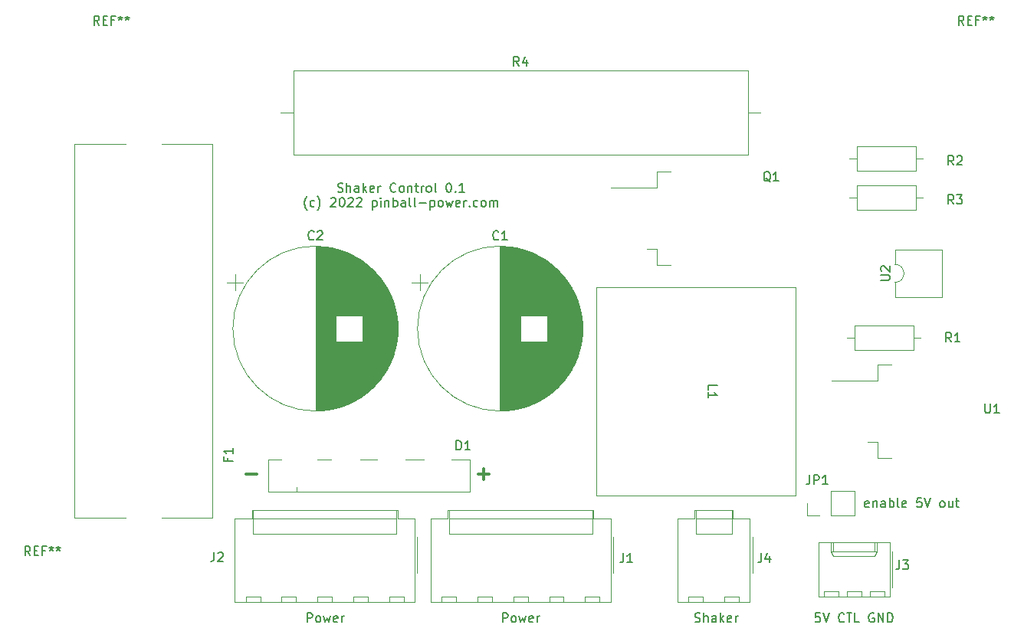
<source format=gbr>
%TF.GenerationSoftware,KiCad,Pcbnew,(6.0.1)*%
%TF.CreationDate,2022-01-30T09:16:28+01:00*%
%TF.ProjectId,board_shakercontrol,626f6172-645f-4736-9861-6b6572636f6e,rev?*%
%TF.SameCoordinates,Original*%
%TF.FileFunction,Legend,Top*%
%TF.FilePolarity,Positive*%
%FSLAX46Y46*%
G04 Gerber Fmt 4.6, Leading zero omitted, Abs format (unit mm)*
G04 Created by KiCad (PCBNEW (6.0.1)) date 2022-01-30 09:16:28*
%MOMM*%
%LPD*%
G01*
G04 APERTURE LIST*
%ADD10C,0.300000*%
%ADD11C,0.150000*%
%ADD12C,0.120000*%
G04 APERTURE END LIST*
D10*
X68262571Y-85451142D02*
X69405428Y-85451142D01*
X93916571Y-85451142D02*
X95059428Y-85451142D01*
X94488000Y-86022571D02*
X94488000Y-84879714D01*
D11*
X131620095Y-100798380D02*
X131143904Y-100798380D01*
X131096285Y-101274571D01*
X131143904Y-101226952D01*
X131239142Y-101179333D01*
X131477238Y-101179333D01*
X131572476Y-101226952D01*
X131620095Y-101274571D01*
X131667714Y-101369809D01*
X131667714Y-101607904D01*
X131620095Y-101703142D01*
X131572476Y-101750761D01*
X131477238Y-101798380D01*
X131239142Y-101798380D01*
X131143904Y-101750761D01*
X131096285Y-101703142D01*
X131953428Y-100798380D02*
X132286761Y-101798380D01*
X132620095Y-100798380D01*
X134286761Y-101703142D02*
X134239142Y-101750761D01*
X134096285Y-101798380D01*
X134001047Y-101798380D01*
X133858190Y-101750761D01*
X133762952Y-101655523D01*
X133715333Y-101560285D01*
X133667714Y-101369809D01*
X133667714Y-101226952D01*
X133715333Y-101036476D01*
X133762952Y-100941238D01*
X133858190Y-100846000D01*
X134001047Y-100798380D01*
X134096285Y-100798380D01*
X134239142Y-100846000D01*
X134286761Y-100893619D01*
X134572476Y-100798380D02*
X135143904Y-100798380D01*
X134858190Y-101798380D02*
X134858190Y-100798380D01*
X135953428Y-101798380D02*
X135477238Y-101798380D01*
X135477238Y-100798380D01*
X137572476Y-100846000D02*
X137477238Y-100798380D01*
X137334380Y-100798380D01*
X137191523Y-100846000D01*
X137096285Y-100941238D01*
X137048666Y-101036476D01*
X137001047Y-101226952D01*
X137001047Y-101369809D01*
X137048666Y-101560285D01*
X137096285Y-101655523D01*
X137191523Y-101750761D01*
X137334380Y-101798380D01*
X137429619Y-101798380D01*
X137572476Y-101750761D01*
X137620095Y-101703142D01*
X137620095Y-101369809D01*
X137429619Y-101369809D01*
X138048666Y-101798380D02*
X138048666Y-100798380D01*
X138620095Y-101798380D01*
X138620095Y-100798380D01*
X139096285Y-101798380D02*
X139096285Y-100798380D01*
X139334380Y-100798380D01*
X139477238Y-100846000D01*
X139572476Y-100941238D01*
X139620095Y-101036476D01*
X139667714Y-101226952D01*
X139667714Y-101369809D01*
X139620095Y-101560285D01*
X139572476Y-101655523D01*
X139477238Y-101750761D01*
X139334380Y-101798380D01*
X139096285Y-101798380D01*
X78344000Y-54209761D02*
X78486857Y-54257380D01*
X78724952Y-54257380D01*
X78820190Y-54209761D01*
X78867809Y-54162142D01*
X78915428Y-54066904D01*
X78915428Y-53971666D01*
X78867809Y-53876428D01*
X78820190Y-53828809D01*
X78724952Y-53781190D01*
X78534476Y-53733571D01*
X78439238Y-53685952D01*
X78391619Y-53638333D01*
X78344000Y-53543095D01*
X78344000Y-53447857D01*
X78391619Y-53352619D01*
X78439238Y-53305000D01*
X78534476Y-53257380D01*
X78772571Y-53257380D01*
X78915428Y-53305000D01*
X79344000Y-54257380D02*
X79344000Y-53257380D01*
X79772571Y-54257380D02*
X79772571Y-53733571D01*
X79724952Y-53638333D01*
X79629714Y-53590714D01*
X79486857Y-53590714D01*
X79391619Y-53638333D01*
X79344000Y-53685952D01*
X80677333Y-54257380D02*
X80677333Y-53733571D01*
X80629714Y-53638333D01*
X80534476Y-53590714D01*
X80344000Y-53590714D01*
X80248761Y-53638333D01*
X80677333Y-54209761D02*
X80582095Y-54257380D01*
X80344000Y-54257380D01*
X80248761Y-54209761D01*
X80201142Y-54114523D01*
X80201142Y-54019285D01*
X80248761Y-53924047D01*
X80344000Y-53876428D01*
X80582095Y-53876428D01*
X80677333Y-53828809D01*
X81153523Y-54257380D02*
X81153523Y-53257380D01*
X81248761Y-53876428D02*
X81534476Y-54257380D01*
X81534476Y-53590714D02*
X81153523Y-53971666D01*
X82344000Y-54209761D02*
X82248761Y-54257380D01*
X82058285Y-54257380D01*
X81963047Y-54209761D01*
X81915428Y-54114523D01*
X81915428Y-53733571D01*
X81963047Y-53638333D01*
X82058285Y-53590714D01*
X82248761Y-53590714D01*
X82344000Y-53638333D01*
X82391619Y-53733571D01*
X82391619Y-53828809D01*
X81915428Y-53924047D01*
X82820190Y-54257380D02*
X82820190Y-53590714D01*
X82820190Y-53781190D02*
X82867809Y-53685952D01*
X82915428Y-53638333D01*
X83010666Y-53590714D01*
X83105904Y-53590714D01*
X84772571Y-54162142D02*
X84724952Y-54209761D01*
X84582095Y-54257380D01*
X84486857Y-54257380D01*
X84344000Y-54209761D01*
X84248761Y-54114523D01*
X84201142Y-54019285D01*
X84153523Y-53828809D01*
X84153523Y-53685952D01*
X84201142Y-53495476D01*
X84248761Y-53400238D01*
X84344000Y-53305000D01*
X84486857Y-53257380D01*
X84582095Y-53257380D01*
X84724952Y-53305000D01*
X84772571Y-53352619D01*
X85344000Y-54257380D02*
X85248761Y-54209761D01*
X85201142Y-54162142D01*
X85153523Y-54066904D01*
X85153523Y-53781190D01*
X85201142Y-53685952D01*
X85248761Y-53638333D01*
X85344000Y-53590714D01*
X85486857Y-53590714D01*
X85582095Y-53638333D01*
X85629714Y-53685952D01*
X85677333Y-53781190D01*
X85677333Y-54066904D01*
X85629714Y-54162142D01*
X85582095Y-54209761D01*
X85486857Y-54257380D01*
X85344000Y-54257380D01*
X86105904Y-53590714D02*
X86105904Y-54257380D01*
X86105904Y-53685952D02*
X86153523Y-53638333D01*
X86248761Y-53590714D01*
X86391619Y-53590714D01*
X86486857Y-53638333D01*
X86534476Y-53733571D01*
X86534476Y-54257380D01*
X86867809Y-53590714D02*
X87248761Y-53590714D01*
X87010666Y-53257380D02*
X87010666Y-54114523D01*
X87058285Y-54209761D01*
X87153523Y-54257380D01*
X87248761Y-54257380D01*
X87582095Y-54257380D02*
X87582095Y-53590714D01*
X87582095Y-53781190D02*
X87629714Y-53685952D01*
X87677333Y-53638333D01*
X87772571Y-53590714D01*
X87867809Y-53590714D01*
X88344000Y-54257380D02*
X88248761Y-54209761D01*
X88201142Y-54162142D01*
X88153523Y-54066904D01*
X88153523Y-53781190D01*
X88201142Y-53685952D01*
X88248761Y-53638333D01*
X88344000Y-53590714D01*
X88486857Y-53590714D01*
X88582095Y-53638333D01*
X88629714Y-53685952D01*
X88677333Y-53781190D01*
X88677333Y-54066904D01*
X88629714Y-54162142D01*
X88582095Y-54209761D01*
X88486857Y-54257380D01*
X88344000Y-54257380D01*
X89248761Y-54257380D02*
X89153523Y-54209761D01*
X89105904Y-54114523D01*
X89105904Y-53257380D01*
X90582095Y-53257380D02*
X90677333Y-53257380D01*
X90772571Y-53305000D01*
X90820190Y-53352619D01*
X90867809Y-53447857D01*
X90915428Y-53638333D01*
X90915428Y-53876428D01*
X90867809Y-54066904D01*
X90820190Y-54162142D01*
X90772571Y-54209761D01*
X90677333Y-54257380D01*
X90582095Y-54257380D01*
X90486857Y-54209761D01*
X90439238Y-54162142D01*
X90391619Y-54066904D01*
X90344000Y-53876428D01*
X90344000Y-53638333D01*
X90391619Y-53447857D01*
X90439238Y-53352619D01*
X90486857Y-53305000D01*
X90582095Y-53257380D01*
X91344000Y-54162142D02*
X91391619Y-54209761D01*
X91344000Y-54257380D01*
X91296380Y-54209761D01*
X91344000Y-54162142D01*
X91344000Y-54257380D01*
X92344000Y-54257380D02*
X91772571Y-54257380D01*
X92058285Y-54257380D02*
X92058285Y-53257380D01*
X91963047Y-53400238D01*
X91867809Y-53495476D01*
X91772571Y-53543095D01*
X74963047Y-56248333D02*
X74915428Y-56200714D01*
X74820190Y-56057857D01*
X74772571Y-55962619D01*
X74724952Y-55819761D01*
X74677333Y-55581666D01*
X74677333Y-55391190D01*
X74724952Y-55153095D01*
X74772571Y-55010238D01*
X74820190Y-54915000D01*
X74915428Y-54772142D01*
X74963047Y-54724523D01*
X75772571Y-55819761D02*
X75677333Y-55867380D01*
X75486857Y-55867380D01*
X75391619Y-55819761D01*
X75344000Y-55772142D01*
X75296380Y-55676904D01*
X75296380Y-55391190D01*
X75344000Y-55295952D01*
X75391619Y-55248333D01*
X75486857Y-55200714D01*
X75677333Y-55200714D01*
X75772571Y-55248333D01*
X76105904Y-56248333D02*
X76153523Y-56200714D01*
X76248761Y-56057857D01*
X76296380Y-55962619D01*
X76344000Y-55819761D01*
X76391619Y-55581666D01*
X76391619Y-55391190D01*
X76344000Y-55153095D01*
X76296380Y-55010238D01*
X76248761Y-54915000D01*
X76153523Y-54772142D01*
X76105904Y-54724523D01*
X77582095Y-54962619D02*
X77629714Y-54915000D01*
X77724952Y-54867380D01*
X77963047Y-54867380D01*
X78058285Y-54915000D01*
X78105904Y-54962619D01*
X78153523Y-55057857D01*
X78153523Y-55153095D01*
X78105904Y-55295952D01*
X77534476Y-55867380D01*
X78153523Y-55867380D01*
X78772571Y-54867380D02*
X78867809Y-54867380D01*
X78963047Y-54915000D01*
X79010666Y-54962619D01*
X79058285Y-55057857D01*
X79105904Y-55248333D01*
X79105904Y-55486428D01*
X79058285Y-55676904D01*
X79010666Y-55772142D01*
X78963047Y-55819761D01*
X78867809Y-55867380D01*
X78772571Y-55867380D01*
X78677333Y-55819761D01*
X78629714Y-55772142D01*
X78582095Y-55676904D01*
X78534476Y-55486428D01*
X78534476Y-55248333D01*
X78582095Y-55057857D01*
X78629714Y-54962619D01*
X78677333Y-54915000D01*
X78772571Y-54867380D01*
X79486857Y-54962619D02*
X79534476Y-54915000D01*
X79629714Y-54867380D01*
X79867809Y-54867380D01*
X79963047Y-54915000D01*
X80010666Y-54962619D01*
X80058285Y-55057857D01*
X80058285Y-55153095D01*
X80010666Y-55295952D01*
X79439238Y-55867380D01*
X80058285Y-55867380D01*
X80439238Y-54962619D02*
X80486857Y-54915000D01*
X80582095Y-54867380D01*
X80820190Y-54867380D01*
X80915428Y-54915000D01*
X80963047Y-54962619D01*
X81010666Y-55057857D01*
X81010666Y-55153095D01*
X80963047Y-55295952D01*
X80391619Y-55867380D01*
X81010666Y-55867380D01*
X82201142Y-55200714D02*
X82201142Y-56200714D01*
X82201142Y-55248333D02*
X82296380Y-55200714D01*
X82486857Y-55200714D01*
X82582095Y-55248333D01*
X82629714Y-55295952D01*
X82677333Y-55391190D01*
X82677333Y-55676904D01*
X82629714Y-55772142D01*
X82582095Y-55819761D01*
X82486857Y-55867380D01*
X82296380Y-55867380D01*
X82201142Y-55819761D01*
X83105904Y-55867380D02*
X83105904Y-55200714D01*
X83105904Y-54867380D02*
X83058285Y-54915000D01*
X83105904Y-54962619D01*
X83153523Y-54915000D01*
X83105904Y-54867380D01*
X83105904Y-54962619D01*
X83582095Y-55200714D02*
X83582095Y-55867380D01*
X83582095Y-55295952D02*
X83629714Y-55248333D01*
X83724952Y-55200714D01*
X83867809Y-55200714D01*
X83963047Y-55248333D01*
X84010666Y-55343571D01*
X84010666Y-55867380D01*
X84486857Y-55867380D02*
X84486857Y-54867380D01*
X84486857Y-55248333D02*
X84582095Y-55200714D01*
X84772571Y-55200714D01*
X84867809Y-55248333D01*
X84915428Y-55295952D01*
X84963047Y-55391190D01*
X84963047Y-55676904D01*
X84915428Y-55772142D01*
X84867809Y-55819761D01*
X84772571Y-55867380D01*
X84582095Y-55867380D01*
X84486857Y-55819761D01*
X85820190Y-55867380D02*
X85820190Y-55343571D01*
X85772571Y-55248333D01*
X85677333Y-55200714D01*
X85486857Y-55200714D01*
X85391619Y-55248333D01*
X85820190Y-55819761D02*
X85724952Y-55867380D01*
X85486857Y-55867380D01*
X85391619Y-55819761D01*
X85344000Y-55724523D01*
X85344000Y-55629285D01*
X85391619Y-55534047D01*
X85486857Y-55486428D01*
X85724952Y-55486428D01*
X85820190Y-55438809D01*
X86439238Y-55867380D02*
X86344000Y-55819761D01*
X86296380Y-55724523D01*
X86296380Y-54867380D01*
X86963047Y-55867380D02*
X86867809Y-55819761D01*
X86820190Y-55724523D01*
X86820190Y-54867380D01*
X87344000Y-55486428D02*
X88105904Y-55486428D01*
X88582095Y-55200714D02*
X88582095Y-56200714D01*
X88582095Y-55248333D02*
X88677333Y-55200714D01*
X88867809Y-55200714D01*
X88963047Y-55248333D01*
X89010666Y-55295952D01*
X89058285Y-55391190D01*
X89058285Y-55676904D01*
X89010666Y-55772142D01*
X88963047Y-55819761D01*
X88867809Y-55867380D01*
X88677333Y-55867380D01*
X88582095Y-55819761D01*
X89629714Y-55867380D02*
X89534476Y-55819761D01*
X89486857Y-55772142D01*
X89439238Y-55676904D01*
X89439238Y-55391190D01*
X89486857Y-55295952D01*
X89534476Y-55248333D01*
X89629714Y-55200714D01*
X89772571Y-55200714D01*
X89867809Y-55248333D01*
X89915428Y-55295952D01*
X89963047Y-55391190D01*
X89963047Y-55676904D01*
X89915428Y-55772142D01*
X89867809Y-55819761D01*
X89772571Y-55867380D01*
X89629714Y-55867380D01*
X90296380Y-55200714D02*
X90486857Y-55867380D01*
X90677333Y-55391190D01*
X90867809Y-55867380D01*
X91058285Y-55200714D01*
X91820190Y-55819761D02*
X91724952Y-55867380D01*
X91534476Y-55867380D01*
X91439238Y-55819761D01*
X91391619Y-55724523D01*
X91391619Y-55343571D01*
X91439238Y-55248333D01*
X91534476Y-55200714D01*
X91724952Y-55200714D01*
X91820190Y-55248333D01*
X91867809Y-55343571D01*
X91867809Y-55438809D01*
X91391619Y-55534047D01*
X92296380Y-55867380D02*
X92296380Y-55200714D01*
X92296380Y-55391190D02*
X92344000Y-55295952D01*
X92391619Y-55248333D01*
X92486857Y-55200714D01*
X92582095Y-55200714D01*
X92915428Y-55772142D02*
X92963047Y-55819761D01*
X92915428Y-55867380D01*
X92867809Y-55819761D01*
X92915428Y-55772142D01*
X92915428Y-55867380D01*
X93820190Y-55819761D02*
X93724952Y-55867380D01*
X93534476Y-55867380D01*
X93439238Y-55819761D01*
X93391619Y-55772142D01*
X93344000Y-55676904D01*
X93344000Y-55391190D01*
X93391619Y-55295952D01*
X93439238Y-55248333D01*
X93534476Y-55200714D01*
X93724952Y-55200714D01*
X93820190Y-55248333D01*
X94391619Y-55867380D02*
X94296380Y-55819761D01*
X94248761Y-55772142D01*
X94201142Y-55676904D01*
X94201142Y-55391190D01*
X94248761Y-55295952D01*
X94296380Y-55248333D01*
X94391619Y-55200714D01*
X94534476Y-55200714D01*
X94629714Y-55248333D01*
X94677333Y-55295952D01*
X94724952Y-55391190D01*
X94724952Y-55676904D01*
X94677333Y-55772142D01*
X94629714Y-55819761D01*
X94534476Y-55867380D01*
X94391619Y-55867380D01*
X95153523Y-55867380D02*
X95153523Y-55200714D01*
X95153523Y-55295952D02*
X95201142Y-55248333D01*
X95296380Y-55200714D01*
X95439238Y-55200714D01*
X95534476Y-55248333D01*
X95582095Y-55343571D01*
X95582095Y-55867380D01*
X95582095Y-55343571D02*
X95629714Y-55248333D01*
X95724952Y-55200714D01*
X95867809Y-55200714D01*
X95963047Y-55248333D01*
X96010666Y-55343571D01*
X96010666Y-55867380D01*
%TO.C,J3*%
X140382666Y-94956380D02*
X140382666Y-95670666D01*
X140335047Y-95813523D01*
X140239809Y-95908761D01*
X140096952Y-95956380D01*
X140001714Y-95956380D01*
X140763619Y-94956380D02*
X141382666Y-94956380D01*
X141049333Y-95337333D01*
X141192190Y-95337333D01*
X141287428Y-95384952D01*
X141335047Y-95432571D01*
X141382666Y-95527809D01*
X141382666Y-95765904D01*
X141335047Y-95861142D01*
X141287428Y-95908761D01*
X141192190Y-95956380D01*
X140906476Y-95956380D01*
X140811238Y-95908761D01*
X140763619Y-95861142D01*
%TO.C,L1*%
X119281619Y-76127338D02*
X119281619Y-75651147D01*
X120281619Y-75651147D01*
X119281619Y-76984481D02*
X119281619Y-76413052D01*
X119281619Y-76698766D02*
X120281619Y-76698766D01*
X120138761Y-76603528D01*
X120043523Y-76508290D01*
X119995904Y-76413052D01*
%TO.C,R1*%
X146137333Y-70810380D02*
X145804000Y-70334190D01*
X145565904Y-70810380D02*
X145565904Y-69810380D01*
X145946857Y-69810380D01*
X146042095Y-69858000D01*
X146089714Y-69905619D01*
X146137333Y-70000857D01*
X146137333Y-70143714D01*
X146089714Y-70238952D01*
X146042095Y-70286571D01*
X145946857Y-70334190D01*
X145565904Y-70334190D01*
X147089714Y-70810380D02*
X146518285Y-70810380D01*
X146804000Y-70810380D02*
X146804000Y-69810380D01*
X146708761Y-69953238D01*
X146613523Y-70048476D01*
X146518285Y-70096095D01*
%TO.C,D1*%
X91463904Y-82748380D02*
X91463904Y-81748380D01*
X91702000Y-81748380D01*
X91844857Y-81796000D01*
X91940095Y-81891238D01*
X91987714Y-81986476D01*
X92035333Y-82176952D01*
X92035333Y-82319809D01*
X91987714Y-82510285D01*
X91940095Y-82605523D01*
X91844857Y-82700761D01*
X91702000Y-82748380D01*
X91463904Y-82748380D01*
X92987714Y-82748380D02*
X92416285Y-82748380D01*
X92702000Y-82748380D02*
X92702000Y-81748380D01*
X92606761Y-81891238D01*
X92511523Y-81986476D01*
X92416285Y-82034095D01*
%TO.C,F1*%
X66222571Y-83645333D02*
X66222571Y-83978666D01*
X66746380Y-83978666D02*
X65746380Y-83978666D01*
X65746380Y-83502476D01*
X66746380Y-82597714D02*
X66746380Y-83169142D01*
X66746380Y-82883428D02*
X65746380Y-82883428D01*
X65889238Y-82978666D01*
X65984476Y-83073904D01*
X66032095Y-83169142D01*
%TO.C,R3*%
X146391333Y-55570380D02*
X146058000Y-55094190D01*
X145819904Y-55570380D02*
X145819904Y-54570380D01*
X146200857Y-54570380D01*
X146296095Y-54618000D01*
X146343714Y-54665619D01*
X146391333Y-54760857D01*
X146391333Y-54903714D01*
X146343714Y-54998952D01*
X146296095Y-55046571D01*
X146200857Y-55094190D01*
X145819904Y-55094190D01*
X146724666Y-54570380D02*
X147343714Y-54570380D01*
X147010380Y-54951333D01*
X147153238Y-54951333D01*
X147248476Y-54998952D01*
X147296095Y-55046571D01*
X147343714Y-55141809D01*
X147343714Y-55379904D01*
X147296095Y-55475142D01*
X147248476Y-55522761D01*
X147153238Y-55570380D01*
X146867523Y-55570380D01*
X146772285Y-55522761D01*
X146724666Y-55475142D01*
%TO.C,C1*%
X96117553Y-59449142D02*
X96069934Y-59496761D01*
X95927077Y-59544380D01*
X95831839Y-59544380D01*
X95688981Y-59496761D01*
X95593743Y-59401523D01*
X95546124Y-59306285D01*
X95498505Y-59115809D01*
X95498505Y-58972952D01*
X95546124Y-58782476D01*
X95593743Y-58687238D01*
X95688981Y-58592000D01*
X95831839Y-58544380D01*
X95927077Y-58544380D01*
X96069934Y-58592000D01*
X96117553Y-58639619D01*
X97069934Y-59544380D02*
X96498505Y-59544380D01*
X96784220Y-59544380D02*
X96784220Y-58544380D01*
X96688981Y-58687238D01*
X96593743Y-58782476D01*
X96498505Y-58830095D01*
%TO.C,REF\u002A\u002A*%
X147510666Y-35792380D02*
X147177333Y-35316190D01*
X146939238Y-35792380D02*
X146939238Y-34792380D01*
X147320190Y-34792380D01*
X147415428Y-34840000D01*
X147463047Y-34887619D01*
X147510666Y-34982857D01*
X147510666Y-35125714D01*
X147463047Y-35220952D01*
X147415428Y-35268571D01*
X147320190Y-35316190D01*
X146939238Y-35316190D01*
X147939238Y-35268571D02*
X148272571Y-35268571D01*
X148415428Y-35792380D02*
X147939238Y-35792380D01*
X147939238Y-34792380D01*
X148415428Y-34792380D01*
X149177333Y-35268571D02*
X148844000Y-35268571D01*
X148844000Y-35792380D02*
X148844000Y-34792380D01*
X149320190Y-34792380D01*
X149844000Y-34792380D02*
X149844000Y-35030476D01*
X149605904Y-34935238D02*
X149844000Y-35030476D01*
X150082095Y-34935238D01*
X149701142Y-35220952D02*
X149844000Y-35030476D01*
X149986857Y-35220952D01*
X150605904Y-34792380D02*
X150605904Y-35030476D01*
X150367809Y-34935238D02*
X150605904Y-35030476D01*
X150844000Y-34935238D01*
X150463047Y-35220952D02*
X150605904Y-35030476D01*
X150748761Y-35220952D01*
%TO.C,Q1*%
X126142761Y-53125619D02*
X126047523Y-53078000D01*
X125952285Y-52982761D01*
X125809428Y-52839904D01*
X125714190Y-52792285D01*
X125618952Y-52792285D01*
X125666571Y-53030380D02*
X125571333Y-52982761D01*
X125476095Y-52887523D01*
X125428476Y-52697047D01*
X125428476Y-52363714D01*
X125476095Y-52173238D01*
X125571333Y-52078000D01*
X125666571Y-52030380D01*
X125857047Y-52030380D01*
X125952285Y-52078000D01*
X126047523Y-52173238D01*
X126095142Y-52363714D01*
X126095142Y-52697047D01*
X126047523Y-52887523D01*
X125952285Y-52982761D01*
X125857047Y-53030380D01*
X125666571Y-53030380D01*
X127047523Y-53030380D02*
X126476095Y-53030380D01*
X126761809Y-53030380D02*
X126761809Y-52030380D01*
X126666571Y-52173238D01*
X126571333Y-52268476D01*
X126476095Y-52316095D01*
%TO.C,R4*%
X98385333Y-40298380D02*
X98052000Y-39822190D01*
X97813904Y-40298380D02*
X97813904Y-39298380D01*
X98194857Y-39298380D01*
X98290095Y-39346000D01*
X98337714Y-39393619D01*
X98385333Y-39488857D01*
X98385333Y-39631714D01*
X98337714Y-39726952D01*
X98290095Y-39774571D01*
X98194857Y-39822190D01*
X97813904Y-39822190D01*
X99242476Y-39631714D02*
X99242476Y-40298380D01*
X99004380Y-39250761D02*
X98766285Y-39965047D01*
X99385333Y-39965047D01*
%TO.C,REF\u002A\u002A*%
X44386666Y-94432380D02*
X44053333Y-93956190D01*
X43815238Y-94432380D02*
X43815238Y-93432380D01*
X44196190Y-93432380D01*
X44291428Y-93480000D01*
X44339047Y-93527619D01*
X44386666Y-93622857D01*
X44386666Y-93765714D01*
X44339047Y-93860952D01*
X44291428Y-93908571D01*
X44196190Y-93956190D01*
X43815238Y-93956190D01*
X44815238Y-93908571D02*
X45148571Y-93908571D01*
X45291428Y-94432380D02*
X44815238Y-94432380D01*
X44815238Y-93432380D01*
X45291428Y-93432380D01*
X46053333Y-93908571D02*
X45720000Y-93908571D01*
X45720000Y-94432380D02*
X45720000Y-93432380D01*
X46196190Y-93432380D01*
X46720000Y-93432380D02*
X46720000Y-93670476D01*
X46481904Y-93575238D02*
X46720000Y-93670476D01*
X46958095Y-93575238D01*
X46577142Y-93860952D02*
X46720000Y-93670476D01*
X46862857Y-93860952D01*
X47481904Y-93432380D02*
X47481904Y-93670476D01*
X47243809Y-93575238D02*
X47481904Y-93670476D01*
X47720000Y-93575238D01*
X47339047Y-93860952D02*
X47481904Y-93670476D01*
X47624761Y-93860952D01*
%TO.C,J1*%
X109902666Y-94194380D02*
X109902666Y-94908666D01*
X109855047Y-95051523D01*
X109759809Y-95146761D01*
X109616952Y-95194380D01*
X109521714Y-95194380D01*
X110902666Y-95194380D02*
X110331238Y-95194380D01*
X110616952Y-95194380D02*
X110616952Y-94194380D01*
X110521714Y-94337238D01*
X110426476Y-94432476D01*
X110331238Y-94480095D01*
X96575809Y-101798380D02*
X96575809Y-100798380D01*
X96956761Y-100798380D01*
X97052000Y-100846000D01*
X97099619Y-100893619D01*
X97147238Y-100988857D01*
X97147238Y-101131714D01*
X97099619Y-101226952D01*
X97052000Y-101274571D01*
X96956761Y-101322190D01*
X96575809Y-101322190D01*
X97718666Y-101798380D02*
X97623428Y-101750761D01*
X97575809Y-101703142D01*
X97528190Y-101607904D01*
X97528190Y-101322190D01*
X97575809Y-101226952D01*
X97623428Y-101179333D01*
X97718666Y-101131714D01*
X97861523Y-101131714D01*
X97956761Y-101179333D01*
X98004380Y-101226952D01*
X98052000Y-101322190D01*
X98052000Y-101607904D01*
X98004380Y-101703142D01*
X97956761Y-101750761D01*
X97861523Y-101798380D01*
X97718666Y-101798380D01*
X98385333Y-101131714D02*
X98575809Y-101798380D01*
X98766285Y-101322190D01*
X98956761Y-101798380D01*
X99147238Y-101131714D01*
X99909142Y-101750761D02*
X99813904Y-101798380D01*
X99623428Y-101798380D01*
X99528190Y-101750761D01*
X99480571Y-101655523D01*
X99480571Y-101274571D01*
X99528190Y-101179333D01*
X99623428Y-101131714D01*
X99813904Y-101131714D01*
X99909142Y-101179333D01*
X99956761Y-101274571D01*
X99956761Y-101369809D01*
X99480571Y-101465047D01*
X100385333Y-101798380D02*
X100385333Y-101131714D01*
X100385333Y-101322190D02*
X100432952Y-101226952D01*
X100480571Y-101179333D01*
X100575809Y-101131714D01*
X100671047Y-101131714D01*
%TO.C,U2*%
X138346380Y-64007904D02*
X139155904Y-64007904D01*
X139251142Y-63960285D01*
X139298761Y-63912666D01*
X139346380Y-63817428D01*
X139346380Y-63626952D01*
X139298761Y-63531714D01*
X139251142Y-63484095D01*
X139155904Y-63436476D01*
X138346380Y-63436476D01*
X138441619Y-63007904D02*
X138394000Y-62960285D01*
X138346380Y-62865047D01*
X138346380Y-62626952D01*
X138394000Y-62531714D01*
X138441619Y-62484095D01*
X138536857Y-62436476D01*
X138632095Y-62436476D01*
X138774952Y-62484095D01*
X139346380Y-63055523D01*
X139346380Y-62436476D01*
%TO.C,R2*%
X146391333Y-51252380D02*
X146058000Y-50776190D01*
X145819904Y-51252380D02*
X145819904Y-50252380D01*
X146200857Y-50252380D01*
X146296095Y-50300000D01*
X146343714Y-50347619D01*
X146391333Y-50442857D01*
X146391333Y-50585714D01*
X146343714Y-50680952D01*
X146296095Y-50728571D01*
X146200857Y-50776190D01*
X145819904Y-50776190D01*
X146772285Y-50347619D02*
X146819904Y-50300000D01*
X146915142Y-50252380D01*
X147153238Y-50252380D01*
X147248476Y-50300000D01*
X147296095Y-50347619D01*
X147343714Y-50442857D01*
X147343714Y-50538095D01*
X147296095Y-50680952D01*
X146724666Y-51252380D01*
X147343714Y-51252380D01*
%TO.C,JP1*%
X130484666Y-85558380D02*
X130484666Y-86272666D01*
X130437047Y-86415523D01*
X130341809Y-86510761D01*
X130198952Y-86558380D01*
X130103714Y-86558380D01*
X130960857Y-86558380D02*
X130960857Y-85558380D01*
X131341809Y-85558380D01*
X131437047Y-85606000D01*
X131484666Y-85653619D01*
X131532285Y-85748857D01*
X131532285Y-85891714D01*
X131484666Y-85986952D01*
X131437047Y-86034571D01*
X131341809Y-86082190D01*
X130960857Y-86082190D01*
X132484666Y-86558380D02*
X131913238Y-86558380D01*
X132198952Y-86558380D02*
X132198952Y-85558380D01*
X132103714Y-85701238D01*
X132008476Y-85796476D01*
X131913238Y-85844095D01*
X137017714Y-89050761D02*
X136922476Y-89098380D01*
X136732000Y-89098380D01*
X136636761Y-89050761D01*
X136589142Y-88955523D01*
X136589142Y-88574571D01*
X136636761Y-88479333D01*
X136732000Y-88431714D01*
X136922476Y-88431714D01*
X137017714Y-88479333D01*
X137065333Y-88574571D01*
X137065333Y-88669809D01*
X136589142Y-88765047D01*
X137493904Y-88431714D02*
X137493904Y-89098380D01*
X137493904Y-88526952D02*
X137541523Y-88479333D01*
X137636761Y-88431714D01*
X137779619Y-88431714D01*
X137874857Y-88479333D01*
X137922476Y-88574571D01*
X137922476Y-89098380D01*
X138827238Y-89098380D02*
X138827238Y-88574571D01*
X138779619Y-88479333D01*
X138684380Y-88431714D01*
X138493904Y-88431714D01*
X138398666Y-88479333D01*
X138827238Y-89050761D02*
X138732000Y-89098380D01*
X138493904Y-89098380D01*
X138398666Y-89050761D01*
X138351047Y-88955523D01*
X138351047Y-88860285D01*
X138398666Y-88765047D01*
X138493904Y-88717428D01*
X138732000Y-88717428D01*
X138827238Y-88669809D01*
X139303428Y-89098380D02*
X139303428Y-88098380D01*
X139303428Y-88479333D02*
X139398666Y-88431714D01*
X139589142Y-88431714D01*
X139684380Y-88479333D01*
X139732000Y-88526952D01*
X139779619Y-88622190D01*
X139779619Y-88907904D01*
X139732000Y-89003142D01*
X139684380Y-89050761D01*
X139589142Y-89098380D01*
X139398666Y-89098380D01*
X139303428Y-89050761D01*
X140351047Y-89098380D02*
X140255809Y-89050761D01*
X140208190Y-88955523D01*
X140208190Y-88098380D01*
X141112952Y-89050761D02*
X141017714Y-89098380D01*
X140827238Y-89098380D01*
X140732000Y-89050761D01*
X140684380Y-88955523D01*
X140684380Y-88574571D01*
X140732000Y-88479333D01*
X140827238Y-88431714D01*
X141017714Y-88431714D01*
X141112952Y-88479333D01*
X141160571Y-88574571D01*
X141160571Y-88669809D01*
X140684380Y-88765047D01*
X142827238Y-88098380D02*
X142351047Y-88098380D01*
X142303428Y-88574571D01*
X142351047Y-88526952D01*
X142446285Y-88479333D01*
X142684380Y-88479333D01*
X142779619Y-88526952D01*
X142827238Y-88574571D01*
X142874857Y-88669809D01*
X142874857Y-88907904D01*
X142827238Y-89003142D01*
X142779619Y-89050761D01*
X142684380Y-89098380D01*
X142446285Y-89098380D01*
X142351047Y-89050761D01*
X142303428Y-89003142D01*
X143160571Y-88098380D02*
X143493904Y-89098380D01*
X143827238Y-88098380D01*
X145065333Y-89098380D02*
X144970095Y-89050761D01*
X144922476Y-89003142D01*
X144874857Y-88907904D01*
X144874857Y-88622190D01*
X144922476Y-88526952D01*
X144970095Y-88479333D01*
X145065333Y-88431714D01*
X145208190Y-88431714D01*
X145303428Y-88479333D01*
X145351047Y-88526952D01*
X145398666Y-88622190D01*
X145398666Y-88907904D01*
X145351047Y-89003142D01*
X145303428Y-89050761D01*
X145208190Y-89098380D01*
X145065333Y-89098380D01*
X146255809Y-88431714D02*
X146255809Y-89098380D01*
X145827238Y-88431714D02*
X145827238Y-88955523D01*
X145874857Y-89050761D01*
X145970095Y-89098380D01*
X146112952Y-89098380D01*
X146208190Y-89050761D01*
X146255809Y-89003142D01*
X146589142Y-88431714D02*
X146970095Y-88431714D01*
X146732000Y-88098380D02*
X146732000Y-88955523D01*
X146779619Y-89050761D01*
X146874857Y-89098380D01*
X146970095Y-89098380D01*
%TO.C,J2*%
X64690666Y-94089380D02*
X64690666Y-94803666D01*
X64643047Y-94946523D01*
X64547809Y-95041761D01*
X64404952Y-95089380D01*
X64309714Y-95089380D01*
X65119238Y-94184619D02*
X65166857Y-94137000D01*
X65262095Y-94089380D01*
X65500190Y-94089380D01*
X65595428Y-94137000D01*
X65643047Y-94184619D01*
X65690666Y-94279857D01*
X65690666Y-94375095D01*
X65643047Y-94517952D01*
X65071619Y-95089380D01*
X65690666Y-95089380D01*
X74985809Y-101798380D02*
X74985809Y-100798380D01*
X75366761Y-100798380D01*
X75462000Y-100846000D01*
X75509619Y-100893619D01*
X75557238Y-100988857D01*
X75557238Y-101131714D01*
X75509619Y-101226952D01*
X75462000Y-101274571D01*
X75366761Y-101322190D01*
X74985809Y-101322190D01*
X76128666Y-101798380D02*
X76033428Y-101750761D01*
X75985809Y-101703142D01*
X75938190Y-101607904D01*
X75938190Y-101322190D01*
X75985809Y-101226952D01*
X76033428Y-101179333D01*
X76128666Y-101131714D01*
X76271523Y-101131714D01*
X76366761Y-101179333D01*
X76414380Y-101226952D01*
X76462000Y-101322190D01*
X76462000Y-101607904D01*
X76414380Y-101703142D01*
X76366761Y-101750761D01*
X76271523Y-101798380D01*
X76128666Y-101798380D01*
X76795333Y-101131714D02*
X76985809Y-101798380D01*
X77176285Y-101322190D01*
X77366761Y-101798380D01*
X77557238Y-101131714D01*
X78319142Y-101750761D02*
X78223904Y-101798380D01*
X78033428Y-101798380D01*
X77938190Y-101750761D01*
X77890571Y-101655523D01*
X77890571Y-101274571D01*
X77938190Y-101179333D01*
X78033428Y-101131714D01*
X78223904Y-101131714D01*
X78319142Y-101179333D01*
X78366761Y-101274571D01*
X78366761Y-101369809D01*
X77890571Y-101465047D01*
X78795333Y-101798380D02*
X78795333Y-101131714D01*
X78795333Y-101322190D02*
X78842952Y-101226952D01*
X78890571Y-101179333D01*
X78985809Y-101131714D01*
X79081047Y-101131714D01*
%TO.C,J4*%
X125142666Y-94194380D02*
X125142666Y-94908666D01*
X125095047Y-95051523D01*
X124999809Y-95146761D01*
X124856952Y-95194380D01*
X124761714Y-95194380D01*
X126047428Y-94527714D02*
X126047428Y-95194380D01*
X125809333Y-94146761D02*
X125571238Y-94861047D01*
X126190285Y-94861047D01*
X117808666Y-101750761D02*
X117951523Y-101798380D01*
X118189619Y-101798380D01*
X118284857Y-101750761D01*
X118332476Y-101703142D01*
X118380095Y-101607904D01*
X118380095Y-101512666D01*
X118332476Y-101417428D01*
X118284857Y-101369809D01*
X118189619Y-101322190D01*
X117999142Y-101274571D01*
X117903904Y-101226952D01*
X117856285Y-101179333D01*
X117808666Y-101084095D01*
X117808666Y-100988857D01*
X117856285Y-100893619D01*
X117903904Y-100846000D01*
X117999142Y-100798380D01*
X118237238Y-100798380D01*
X118380095Y-100846000D01*
X118808666Y-101798380D02*
X118808666Y-100798380D01*
X119237238Y-101798380D02*
X119237238Y-101274571D01*
X119189619Y-101179333D01*
X119094380Y-101131714D01*
X118951523Y-101131714D01*
X118856285Y-101179333D01*
X118808666Y-101226952D01*
X120142000Y-101798380D02*
X120142000Y-101274571D01*
X120094380Y-101179333D01*
X119999142Y-101131714D01*
X119808666Y-101131714D01*
X119713428Y-101179333D01*
X120142000Y-101750761D02*
X120046761Y-101798380D01*
X119808666Y-101798380D01*
X119713428Y-101750761D01*
X119665809Y-101655523D01*
X119665809Y-101560285D01*
X119713428Y-101465047D01*
X119808666Y-101417428D01*
X120046761Y-101417428D01*
X120142000Y-101369809D01*
X120618190Y-101798380D02*
X120618190Y-100798380D01*
X120713428Y-101417428D02*
X120999142Y-101798380D01*
X120999142Y-101131714D02*
X120618190Y-101512666D01*
X121808666Y-101750761D02*
X121713428Y-101798380D01*
X121522952Y-101798380D01*
X121427714Y-101750761D01*
X121380095Y-101655523D01*
X121380095Y-101274571D01*
X121427714Y-101179333D01*
X121522952Y-101131714D01*
X121713428Y-101131714D01*
X121808666Y-101179333D01*
X121856285Y-101274571D01*
X121856285Y-101369809D01*
X121380095Y-101465047D01*
X122284857Y-101798380D02*
X122284857Y-101131714D01*
X122284857Y-101322190D02*
X122332476Y-101226952D01*
X122380095Y-101179333D01*
X122475333Y-101131714D01*
X122570571Y-101131714D01*
%TO.C,C2*%
X75719333Y-59449142D02*
X75671714Y-59496761D01*
X75528857Y-59544380D01*
X75433619Y-59544380D01*
X75290761Y-59496761D01*
X75195523Y-59401523D01*
X75147904Y-59306285D01*
X75100285Y-59115809D01*
X75100285Y-58972952D01*
X75147904Y-58782476D01*
X75195523Y-58687238D01*
X75290761Y-58592000D01*
X75433619Y-58544380D01*
X75528857Y-58544380D01*
X75671714Y-58592000D01*
X75719333Y-58639619D01*
X76100285Y-58639619D02*
X76147904Y-58592000D01*
X76243142Y-58544380D01*
X76481238Y-58544380D01*
X76576476Y-58592000D01*
X76624095Y-58639619D01*
X76671714Y-58734857D01*
X76671714Y-58830095D01*
X76624095Y-58972952D01*
X76052666Y-59544380D01*
X76671714Y-59544380D01*
%TO.C,U1*%
X149860095Y-77684380D02*
X149860095Y-78493904D01*
X149907714Y-78589142D01*
X149955333Y-78636761D01*
X150050571Y-78684380D01*
X150241047Y-78684380D01*
X150336285Y-78636761D01*
X150383904Y-78589142D01*
X150431523Y-78493904D01*
X150431523Y-77684380D01*
X151431523Y-78684380D02*
X150860095Y-78684380D01*
X151145809Y-78684380D02*
X151145809Y-77684380D01*
X151050571Y-77827238D01*
X150955333Y-77922476D01*
X150860095Y-77970095D01*
%TO.C,REF\u002A\u002A*%
X52006666Y-35792380D02*
X51673333Y-35316190D01*
X51435238Y-35792380D02*
X51435238Y-34792380D01*
X51816190Y-34792380D01*
X51911428Y-34840000D01*
X51959047Y-34887619D01*
X52006666Y-34982857D01*
X52006666Y-35125714D01*
X51959047Y-35220952D01*
X51911428Y-35268571D01*
X51816190Y-35316190D01*
X51435238Y-35316190D01*
X52435238Y-35268571D02*
X52768571Y-35268571D01*
X52911428Y-35792380D02*
X52435238Y-35792380D01*
X52435238Y-34792380D01*
X52911428Y-34792380D01*
X53673333Y-35268571D02*
X53340000Y-35268571D01*
X53340000Y-35792380D02*
X53340000Y-34792380D01*
X53816190Y-34792380D01*
X54340000Y-34792380D02*
X54340000Y-35030476D01*
X54101904Y-34935238D02*
X54340000Y-35030476D01*
X54578095Y-34935238D01*
X54197142Y-35220952D02*
X54340000Y-35030476D01*
X54482857Y-35220952D01*
X55101904Y-34792380D02*
X55101904Y-35030476D01*
X54863809Y-34935238D02*
X55101904Y-35030476D01*
X55340000Y-34935238D01*
X54959047Y-35220952D02*
X55101904Y-35030476D01*
X55244761Y-35220952D01*
D12*
%TO.C,J3*%
X132842000Y-94002000D02*
X132842000Y-93002000D01*
X133642000Y-98422000D02*
X132042000Y-98422000D01*
X136182000Y-98422000D02*
X134582000Y-98422000D01*
X137922000Y-94002000D02*
X132842000Y-94002000D01*
X139592000Y-97992000D02*
X139592000Y-93992000D01*
X133642000Y-99022000D02*
X133642000Y-98422000D01*
X139302000Y-99022000D02*
X139302000Y-93002000D01*
X137922000Y-94002000D02*
X137672000Y-94532000D01*
X137672000Y-94532000D02*
X133092000Y-94532000D01*
X132042000Y-98422000D02*
X132042000Y-99022000D01*
X136182000Y-99022000D02*
X136182000Y-98422000D01*
X133092000Y-93002000D02*
X133092000Y-94002000D01*
X131462000Y-99022000D02*
X139302000Y-99022000D01*
X133092000Y-94532000D02*
X132842000Y-94002000D01*
X137672000Y-93002000D02*
X137672000Y-94002000D01*
X138722000Y-98422000D02*
X137122000Y-98422000D01*
X139302000Y-93002000D02*
X131462000Y-93002000D01*
X138722000Y-99022000D02*
X138722000Y-98422000D01*
X134582000Y-98422000D02*
X134582000Y-99022000D01*
X137122000Y-98422000D02*
X137122000Y-99022000D01*
X131462000Y-93002000D02*
X131462000Y-99022000D01*
X137922000Y-93002000D02*
X137922000Y-94002000D01*
%TO.C,L1*%
X128956000Y-64794005D02*
X106956000Y-64794005D01*
X106956000Y-64794005D02*
X106956000Y-87794005D01*
X106956000Y-87794005D02*
X128956000Y-87794005D01*
X128956000Y-87794005D02*
X128956000Y-64794005D01*
%TO.C,R1*%
X134644000Y-70358000D02*
X135414000Y-70358000D01*
X135414000Y-68988000D02*
X135414000Y-71728000D01*
X142724000Y-70358000D02*
X141954000Y-70358000D01*
X141954000Y-68988000D02*
X135414000Y-68988000D01*
X135414000Y-71728000D02*
X141954000Y-71728000D01*
X141954000Y-71728000D02*
X141954000Y-68988000D01*
%TO.C,D1*%
X70638000Y-87394000D02*
X70638000Y-83794000D01*
X92938000Y-83794000D02*
X92938000Y-87394000D01*
X73838000Y-87394000D02*
X73838000Y-86894000D01*
X85838000Y-83794000D02*
X87838000Y-83794000D01*
X80838000Y-83794000D02*
X82738000Y-83794000D01*
X76138000Y-83794000D02*
X77638000Y-83794000D01*
X90938000Y-83794000D02*
X92938000Y-83794000D01*
X92938000Y-87394000D02*
X70638000Y-87394000D01*
X70638000Y-83794000D02*
X72138000Y-83794000D01*
%TO.C,F1*%
X64526000Y-48966000D02*
X64526000Y-90226000D01*
X49266000Y-90226000D02*
X54896000Y-90226000D01*
X58896000Y-48966000D02*
X64526000Y-48966000D01*
X58896000Y-90226000D02*
X64526000Y-90226000D01*
X49266000Y-48966000D02*
X54896000Y-48966000D01*
X49266000Y-90226000D02*
X49266000Y-48966000D01*
%TO.C,R3*%
X142208000Y-56234000D02*
X142208000Y-53494000D01*
X142208000Y-53494000D02*
X135668000Y-53494000D01*
X142978000Y-54864000D02*
X142208000Y-54864000D01*
X134898000Y-54864000D02*
X135668000Y-54864000D01*
X135668000Y-53494000D02*
X135668000Y-56234000D01*
X135668000Y-56234000D02*
X142208000Y-56234000D01*
%TO.C,C1*%
X98285220Y-60484000D02*
X98285220Y-78200000D01*
X101925220Y-62215000D02*
X101925220Y-76469000D01*
X103165220Y-63395000D02*
X103165220Y-75289000D01*
X100965220Y-61554000D02*
X100965220Y-67902000D01*
X104285220Y-65003000D02*
X104285220Y-73681000D01*
X103245220Y-63488000D02*
X103245220Y-75196000D01*
X97485220Y-60341000D02*
X97485220Y-78343000D01*
X100645220Y-61371000D02*
X100645220Y-67902000D01*
X98325220Y-60493000D02*
X98325220Y-78191000D01*
X98485220Y-60531000D02*
X98485220Y-78153000D01*
X101205220Y-61702000D02*
X101205220Y-67902000D01*
X102885220Y-63088000D02*
X102885220Y-75596000D01*
X96364220Y-60262000D02*
X96364220Y-78422000D01*
X102285220Y-62513000D02*
X102285220Y-76171000D01*
X99365220Y-60797000D02*
X99365220Y-67902000D01*
X100365220Y-61225000D02*
X100365220Y-67902000D01*
X101325220Y-70782000D02*
X101325220Y-76903000D01*
X101285220Y-70782000D02*
X101285220Y-76930000D01*
X103525220Y-63836000D02*
X103525220Y-74848000D01*
X104564220Y-65558000D02*
X104564220Y-73126000D01*
X100805220Y-70782000D02*
X100805220Y-77224000D01*
X104604220Y-65646000D02*
X104604220Y-73038000D01*
X105044220Y-66844000D02*
X105044220Y-71840000D01*
X100405220Y-61245000D02*
X100405220Y-67902000D01*
X96644220Y-60269000D02*
X96644220Y-78415000D01*
X105324220Y-68176000D02*
X105324220Y-70508000D01*
X96444220Y-60263000D02*
X96444220Y-78421000D01*
X98365220Y-60502000D02*
X98365220Y-78182000D01*
X102405220Y-62620000D02*
X102405220Y-76064000D01*
X103285220Y-63536000D02*
X103285220Y-75148000D01*
X98645220Y-60572000D02*
X98645220Y-67902000D01*
X101365220Y-70782000D02*
X101365220Y-76877000D01*
X97885220Y-60403000D02*
X97885220Y-78281000D01*
X97405220Y-60331000D02*
X97405220Y-78353000D01*
X97645220Y-60363000D02*
X97645220Y-78321000D01*
X104005220Y-64526000D02*
X104005220Y-74158000D01*
X103405220Y-63682000D02*
X103405220Y-75002000D01*
X103565220Y-63888000D02*
X103565220Y-74796000D01*
X101485220Y-61889000D02*
X101485220Y-76795000D01*
X98565220Y-60551000D02*
X98565220Y-78133000D01*
X102565220Y-62768000D02*
X102565220Y-75916000D01*
X99645220Y-70782000D02*
X99645220Y-77781000D01*
X104684220Y-65830000D02*
X104684220Y-72854000D01*
X100005220Y-70782000D02*
X100005220Y-77629000D01*
X103965220Y-64463000D02*
X103965220Y-74221000D01*
X99765220Y-70782000D02*
X99765220Y-77732000D01*
X103485220Y-63784000D02*
X103485220Y-74900000D01*
X100965220Y-70782000D02*
X100965220Y-77130000D01*
X98245220Y-60475000D02*
X98245220Y-78209000D01*
X98885220Y-60640000D02*
X98885220Y-67902000D01*
X101405220Y-70782000D02*
X101405220Y-76850000D01*
X98685220Y-70782000D02*
X98685220Y-78101000D01*
X98885220Y-70782000D02*
X98885220Y-78044000D01*
X102685220Y-62884000D02*
X102685220Y-75800000D01*
X99965220Y-61037000D02*
X99965220Y-67902000D01*
X101565220Y-61945000D02*
X101565220Y-76739000D01*
X105164220Y-67303000D02*
X105164220Y-71381000D01*
X97605220Y-60358000D02*
X97605220Y-78326000D01*
X100165220Y-70782000D02*
X100165220Y-77556000D01*
X101245220Y-61728000D02*
X101245220Y-67902000D01*
X98925220Y-60652000D02*
X98925220Y-67902000D01*
X96284220Y-60261000D02*
X96284220Y-78423000D01*
X99645220Y-60903000D02*
X99645220Y-67902000D01*
X101445220Y-70782000D02*
X101445220Y-76822000D01*
X100045220Y-70782000D02*
X100045220Y-77611000D01*
X96844220Y-60279000D02*
X96844220Y-78405000D01*
X99325220Y-70782000D02*
X99325220Y-77901000D01*
X96964220Y-60287000D02*
X96964220Y-78397000D01*
X104405220Y-65229000D02*
X104405220Y-73455000D01*
X102485220Y-62693000D02*
X102485220Y-75991000D01*
X99405220Y-60812000D02*
X99405220Y-67902000D01*
X97565220Y-60352000D02*
X97565220Y-78332000D01*
X100885220Y-70782000D02*
X100885220Y-77177000D01*
X99725220Y-60935000D02*
X99725220Y-67902000D01*
X102925220Y-63130000D02*
X102925220Y-75554000D01*
X99245220Y-70782000D02*
X99245220Y-77929000D01*
X104844220Y-66235000D02*
X104844220Y-72449000D01*
X103045220Y-63260000D02*
X103045220Y-75424000D01*
X103205220Y-63441000D02*
X103205220Y-75243000D01*
X104085220Y-64656000D02*
X104085220Y-74028000D01*
X99005220Y-70782000D02*
X99005220Y-78007000D01*
X101765220Y-62092000D02*
X101765220Y-76592000D01*
X87424780Y-63327000D02*
X87424780Y-65127000D01*
X86524780Y-64227000D02*
X88324780Y-64227000D01*
X100485220Y-61286000D02*
X100485220Y-67902000D01*
X104125220Y-64722000D02*
X104125220Y-73962000D01*
X100005220Y-61055000D02*
X100005220Y-67902000D01*
X100845220Y-70782000D02*
X100845220Y-77201000D01*
X99525220Y-70782000D02*
X99525220Y-77828000D01*
X96804220Y-60276000D02*
X96804220Y-78408000D01*
X99565220Y-70782000D02*
X99565220Y-77812000D01*
X97445220Y-60336000D02*
X97445220Y-78348000D01*
X100925220Y-61530000D02*
X100925220Y-67902000D01*
X102605220Y-62806000D02*
X102605220Y-75878000D01*
X101165220Y-61677000D02*
X101165220Y-67902000D01*
X98805220Y-60617000D02*
X98805220Y-67902000D01*
X102445220Y-62656000D02*
X102445220Y-76028000D01*
X104964220Y-66583000D02*
X104964220Y-72101000D01*
X100725220Y-61415000D02*
X100725220Y-67902000D01*
X97525220Y-60346000D02*
X97525220Y-78338000D01*
X99725220Y-70782000D02*
X99725220Y-77749000D01*
X100685220Y-61393000D02*
X100685220Y-67902000D01*
X96604220Y-60267000D02*
X96604220Y-78417000D01*
X100085220Y-61091000D02*
X100085220Y-67902000D01*
X100365220Y-70782000D02*
X100365220Y-77459000D01*
X100285220Y-61186000D02*
X100285220Y-67902000D01*
X97845220Y-60396000D02*
X97845220Y-78288000D01*
X102845220Y-63046000D02*
X102845220Y-75638000D01*
X104165220Y-64790000D02*
X104165220Y-73894000D01*
X99445220Y-70782000D02*
X99445220Y-77858000D01*
X101685220Y-62032000D02*
X101685220Y-76652000D01*
X96404220Y-60262000D02*
X96404220Y-78422000D01*
X97965220Y-60418000D02*
X97965220Y-78266000D01*
X101125220Y-61652000D02*
X101125220Y-67902000D01*
X99165220Y-70782000D02*
X99165220Y-77956000D01*
X100645220Y-70782000D02*
X100645220Y-77313000D01*
X99285220Y-70782000D02*
X99285220Y-77915000D01*
X98205220Y-60466000D02*
X98205220Y-78218000D01*
X99965220Y-70782000D02*
X99965220Y-77647000D01*
X99205220Y-70782000D02*
X99205220Y-77942000D01*
X100725220Y-70782000D02*
X100725220Y-77269000D01*
X99845220Y-60985000D02*
X99845220Y-67902000D01*
X97725220Y-60376000D02*
X97725220Y-78308000D01*
X103885220Y-64340000D02*
X103885220Y-74344000D01*
X104445220Y-65309000D02*
X104445220Y-73375000D01*
X100685220Y-70782000D02*
X100685220Y-77291000D01*
X98965220Y-60664000D02*
X98965220Y-67902000D01*
X98925220Y-70782000D02*
X98925220Y-78032000D01*
X100925220Y-70782000D02*
X100925220Y-77154000D01*
X100605220Y-70782000D02*
X100605220Y-77334000D01*
X98845220Y-60628000D02*
X98845220Y-67902000D01*
X104924220Y-66462000D02*
X104924220Y-72222000D01*
X101725220Y-62062000D02*
X101725220Y-76622000D01*
X100445220Y-61266000D02*
X100445220Y-67902000D01*
X98685220Y-60583000D02*
X98685220Y-67902000D01*
X101125220Y-70782000D02*
X101125220Y-77032000D01*
X99085220Y-60702000D02*
X99085220Y-67902000D01*
X97085220Y-60297000D02*
X97085220Y-78387000D01*
X99405220Y-70782000D02*
X99405220Y-77872000D01*
X103725220Y-64107000D02*
X103725220Y-74577000D01*
X101885220Y-62183000D02*
X101885220Y-76501000D01*
X105124220Y-67139000D02*
X105124220Y-71545000D01*
X104484220Y-65390000D02*
X104484220Y-73294000D01*
X105004220Y-66710000D02*
X105004220Y-71974000D01*
X100845220Y-61483000D02*
X100845220Y-67902000D01*
X99565220Y-60872000D02*
X99565220Y-67902000D01*
X103365220Y-63633000D02*
X103365220Y-75051000D01*
X101525220Y-61917000D02*
X101525220Y-76767000D01*
X98525220Y-60541000D02*
X98525220Y-78143000D01*
X104884220Y-66346000D02*
X104884220Y-72338000D01*
X98965220Y-70782000D02*
X98965220Y-78020000D01*
X101205220Y-70782000D02*
X101205220Y-76982000D01*
X100805220Y-61460000D02*
X100805220Y-67902000D01*
X100765220Y-61438000D02*
X100765220Y-67902000D01*
X100285220Y-70782000D02*
X100285220Y-77498000D01*
X104804220Y-66128000D02*
X104804220Y-72556000D01*
X100525220Y-61307000D02*
X100525220Y-67902000D01*
X96324220Y-60262000D02*
X96324220Y-78422000D01*
X103005220Y-63216000D02*
X103005220Y-75468000D01*
X96724220Y-60272000D02*
X96724220Y-78412000D01*
X101005220Y-61578000D02*
X101005220Y-67902000D01*
X100205220Y-61147000D02*
X100205220Y-67902000D01*
X105204220Y-67482000D02*
X105204220Y-71202000D01*
X102085220Y-62343000D02*
X102085220Y-76341000D01*
X103645220Y-63996000D02*
X103645220Y-74688000D01*
X101325220Y-61781000D02*
X101325220Y-67902000D01*
X100325220Y-70782000D02*
X100325220Y-77479000D01*
X99845220Y-70782000D02*
X99845220Y-77699000D01*
X101365220Y-61807000D02*
X101365220Y-67902000D01*
X102245220Y-62478000D02*
X102245220Y-76206000D01*
X104724220Y-65926000D02*
X104724220Y-72758000D01*
X98165220Y-60457000D02*
X98165220Y-78227000D01*
X101965220Y-62246000D02*
X101965220Y-76438000D01*
X97005220Y-60290000D02*
X97005220Y-78394000D01*
X98125220Y-60449000D02*
X98125220Y-78235000D01*
X98845220Y-70782000D02*
X98845220Y-78056000D01*
X103125220Y-63349000D02*
X103125220Y-75335000D01*
X100445220Y-70782000D02*
X100445220Y-77418000D01*
X96924220Y-60284000D02*
X96924220Y-78400000D01*
X104205220Y-64860000D02*
X104205220Y-73824000D01*
X105244220Y-67681000D02*
X105244220Y-71003000D01*
X102645220Y-62845000D02*
X102645220Y-75839000D01*
X97325220Y-60321000D02*
X97325220Y-78363000D01*
X102365220Y-62584000D02*
X102365220Y-76100000D01*
X104045220Y-64590000D02*
X104045220Y-74094000D01*
X104245220Y-64930000D02*
X104245220Y-73754000D01*
X98085220Y-60441000D02*
X98085220Y-78243000D01*
X98405220Y-60511000D02*
X98405220Y-78173000D01*
X102725220Y-62924000D02*
X102725220Y-75760000D01*
X98445220Y-60521000D02*
X98445220Y-78163000D01*
X104365220Y-65152000D02*
X104365220Y-73532000D01*
X101045220Y-61602000D02*
X101045220Y-67902000D01*
X99325220Y-60783000D02*
X99325220Y-67902000D01*
X102325220Y-62548000D02*
X102325220Y-76136000D01*
X99205220Y-60742000D02*
X99205220Y-67902000D01*
X98605220Y-60562000D02*
X98605220Y-67902000D01*
X102205220Y-62444000D02*
X102205220Y-76240000D01*
X105364220Y-68528000D02*
X105364220Y-70156000D01*
X103685220Y-64051000D02*
X103685220Y-74633000D01*
X103605220Y-63942000D02*
X103605220Y-74742000D01*
X99045220Y-60689000D02*
X99045220Y-67902000D01*
X97365220Y-60326000D02*
X97365220Y-78358000D01*
X101805220Y-62122000D02*
X101805220Y-76562000D01*
X105084220Y-66987000D02*
X105084220Y-71697000D01*
X101645220Y-62003000D02*
X101645220Y-76681000D01*
X97245220Y-60312000D02*
X97245220Y-78372000D01*
X101245220Y-70782000D02*
X101245220Y-76956000D01*
X97805220Y-60389000D02*
X97805220Y-78295000D01*
X100045220Y-61073000D02*
X100045220Y-67902000D01*
X102125220Y-62377000D02*
X102125220Y-76307000D01*
X104764220Y-66025000D02*
X104764220Y-72659000D01*
X102965220Y-63172000D02*
X102965220Y-75512000D01*
X97925220Y-60410000D02*
X97925220Y-78274000D01*
X100245220Y-61166000D02*
X100245220Y-67902000D01*
X98765220Y-70782000D02*
X98765220Y-78079000D01*
X98725220Y-70782000D02*
X98725220Y-78090000D01*
X97685220Y-60370000D02*
X97685220Y-78314000D01*
X100485220Y-70782000D02*
X100485220Y-77398000D01*
X99445220Y-60826000D02*
X99445220Y-67902000D01*
X98805220Y-70782000D02*
X98805220Y-78067000D01*
X100245220Y-70782000D02*
X100245220Y-77518000D01*
X100325220Y-61205000D02*
X100325220Y-67902000D01*
X103445220Y-63733000D02*
X103445220Y-74951000D01*
X101285220Y-61754000D02*
X101285220Y-67902000D01*
X103085220Y-63304000D02*
X103085220Y-75380000D01*
X100125220Y-70782000D02*
X100125220Y-77575000D01*
X99485220Y-70782000D02*
X99485220Y-77843000D01*
X104325220Y-65077000D02*
X104325220Y-73607000D01*
X105404220Y-69302000D02*
X105404220Y-69382000D01*
X105284220Y-67907000D02*
X105284220Y-70777000D01*
X102765220Y-62964000D02*
X102765220Y-75720000D01*
X96684220Y-60270000D02*
X96684220Y-78414000D01*
X102045220Y-62311000D02*
X102045220Y-76373000D01*
X96564220Y-60266000D02*
X96564220Y-78418000D01*
X103925220Y-64401000D02*
X103925220Y-74283000D01*
X101165220Y-70782000D02*
X101165220Y-77007000D01*
X99525220Y-60856000D02*
X99525220Y-67902000D01*
X99085220Y-70782000D02*
X99085220Y-77982000D01*
X97045220Y-60293000D02*
X97045220Y-78391000D01*
X100165220Y-61128000D02*
X100165220Y-67902000D01*
X99005220Y-60677000D02*
X99005220Y-67902000D01*
X99885220Y-70782000D02*
X99885220Y-77682000D01*
X103325220Y-63584000D02*
X103325220Y-75100000D01*
X98645220Y-70782000D02*
X98645220Y-78112000D01*
X98765220Y-60605000D02*
X98765220Y-67902000D01*
X97285220Y-60316000D02*
X97285220Y-78368000D01*
X100525220Y-70782000D02*
X100525220Y-77377000D01*
X100605220Y-61350000D02*
X100605220Y-67902000D01*
X99685220Y-60919000D02*
X99685220Y-67902000D01*
X104644220Y-65737000D02*
X104644220Y-72947000D01*
X98045220Y-60433000D02*
X98045220Y-78251000D01*
X101405220Y-61834000D02*
X101405220Y-67902000D01*
X101085220Y-61627000D02*
X101085220Y-67902000D01*
X101445220Y-61862000D02*
X101445220Y-67902000D01*
X101845220Y-62152000D02*
X101845220Y-76532000D01*
X103805220Y-64222000D02*
X103805220Y-74462000D01*
X96884220Y-60281000D02*
X96884220Y-78403000D01*
X99245220Y-60755000D02*
X99245220Y-67902000D01*
X99885220Y-61002000D02*
X99885220Y-67902000D01*
X97765220Y-60382000D02*
X97765220Y-78302000D01*
X99925220Y-61019000D02*
X99925220Y-67902000D01*
X99485220Y-60841000D02*
X99485220Y-67902000D01*
X103845220Y-64280000D02*
X103845220Y-74404000D01*
X96764220Y-60274000D02*
X96764220Y-78410000D01*
X100405220Y-70782000D02*
X100405220Y-77439000D01*
X100125220Y-61109000D02*
X100125220Y-67902000D01*
X100085220Y-70782000D02*
X100085220Y-77593000D01*
X98605220Y-70782000D02*
X98605220Y-78122000D01*
X100565220Y-61328000D02*
X100565220Y-67902000D01*
X101045220Y-70782000D02*
X101045220Y-77082000D01*
X99605220Y-60887000D02*
X99605220Y-67902000D01*
X98725220Y-60594000D02*
X98725220Y-67902000D01*
X97125220Y-60300000D02*
X97125220Y-78384000D01*
X99805220Y-60968000D02*
X99805220Y-67902000D01*
X99365220Y-70782000D02*
X99365220Y-77887000D01*
X102165220Y-62410000D02*
X102165220Y-76274000D01*
X101605220Y-61974000D02*
X101605220Y-76710000D01*
X99125220Y-70782000D02*
X99125220Y-77969000D01*
X100765220Y-70782000D02*
X100765220Y-77246000D01*
X99125220Y-60715000D02*
X99125220Y-67902000D01*
X96524220Y-60265000D02*
X96524220Y-78419000D01*
X100565220Y-70782000D02*
X100565220Y-77356000D01*
X99605220Y-70782000D02*
X99605220Y-77797000D01*
X96484220Y-60264000D02*
X96484220Y-78420000D01*
X97165220Y-60304000D02*
X97165220Y-78380000D01*
X99925220Y-70782000D02*
X99925220Y-77665000D01*
X99765220Y-60952000D02*
X99765220Y-67902000D01*
X99045220Y-70782000D02*
X99045220Y-77995000D01*
X104524220Y-65473000D02*
X104524220Y-73211000D01*
X99805220Y-70782000D02*
X99805220Y-77716000D01*
X102525220Y-62730000D02*
X102525220Y-75954000D01*
X102805220Y-63005000D02*
X102805220Y-75679000D01*
X102005220Y-62278000D02*
X102005220Y-76406000D01*
X103765220Y-64164000D02*
X103765220Y-74520000D01*
X101085220Y-70782000D02*
X101085220Y-77057000D01*
X98005220Y-60425000D02*
X98005220Y-78259000D01*
X99165220Y-60728000D02*
X99165220Y-67902000D01*
X100205220Y-70782000D02*
X100205220Y-77537000D01*
X101005220Y-70782000D02*
X101005220Y-77106000D01*
X99685220Y-70782000D02*
X99685220Y-77765000D01*
X100885220Y-61507000D02*
X100885220Y-67902000D01*
X99285220Y-60769000D02*
X99285220Y-67902000D01*
X97205220Y-60308000D02*
X97205220Y-78376000D01*
X105404220Y-69342000D02*
G75*
G03*
X105404220Y-69342000I-9120000J0D01*
G01*
%TO.C,Q1*%
X115136000Y-62350000D02*
X113636000Y-62350000D01*
X115136000Y-51950000D02*
X113636000Y-51950000D01*
X113636000Y-62350000D02*
X113636000Y-60540000D01*
X113636000Y-60540000D02*
X112536000Y-60540000D01*
X113636000Y-51950000D02*
X113636000Y-53760000D01*
X113636000Y-53760000D02*
X108511000Y-53760000D01*
%TO.C,R4*%
X125052000Y-45466000D02*
X123672000Y-45466000D01*
X73432000Y-40846000D02*
X73432000Y-50086000D01*
X123672000Y-40846000D02*
X73432000Y-40846000D01*
X123672000Y-50086000D02*
X123672000Y-40846000D01*
X73432000Y-50086000D02*
X123672000Y-50086000D01*
X72052000Y-45466000D02*
X73432000Y-45466000D01*
%TO.C,J1*%
X90517000Y-90378000D02*
X90517000Y-89373000D01*
X108782000Y-96383000D02*
X108782000Y-92383000D01*
X101712000Y-99003000D02*
X101712000Y-99603000D01*
X97752000Y-99003000D02*
X97752000Y-99603000D01*
X106587000Y-90378000D02*
X108492000Y-90378000D01*
X93792000Y-99003000D02*
X93792000Y-99603000D01*
X106472000Y-90373000D02*
X90632000Y-90373000D01*
X107272000Y-99603000D02*
X107272000Y-99003000D01*
X103312000Y-99003000D02*
X101712000Y-99003000D01*
X108492000Y-90378000D02*
X108492000Y-99603000D01*
X91432000Y-99603000D02*
X91432000Y-99003000D01*
X95392000Y-99003000D02*
X93792000Y-99003000D01*
X105672000Y-99003000D02*
X105672000Y-99603000D01*
X90632000Y-92043000D02*
X90632000Y-90373000D01*
X99352000Y-99603000D02*
X99352000Y-99003000D01*
X90517000Y-89373000D02*
X106587000Y-89373000D01*
X103312000Y-99603000D02*
X103312000Y-99003000D01*
X108492000Y-99603000D02*
X88612000Y-99603000D01*
X106472000Y-89373000D02*
X106472000Y-90373000D01*
X90632000Y-90373000D02*
X90632000Y-89373000D01*
X91432000Y-99003000D02*
X89832000Y-99003000D01*
X95392000Y-99603000D02*
X95392000Y-99003000D01*
X106472000Y-92043000D02*
X90632000Y-92043000D01*
X107272000Y-99003000D02*
X105672000Y-99003000D01*
X99352000Y-99003000D02*
X97752000Y-99003000D01*
X106587000Y-89373000D02*
X106587000Y-90378000D01*
X88612000Y-99603000D02*
X88612000Y-90378000D01*
X106472000Y-90373000D02*
X106472000Y-92043000D01*
X89832000Y-99003000D02*
X89832000Y-99603000D01*
X88612000Y-90378000D02*
X90517000Y-90378000D01*
%TO.C,U2*%
X139894000Y-65896000D02*
X145094000Y-65896000D01*
X139894000Y-64246000D02*
X139894000Y-65896000D01*
X145094000Y-65896000D02*
X145094000Y-60596000D01*
X139894000Y-60596000D02*
X139894000Y-62246000D01*
X145094000Y-60596000D02*
X139894000Y-60596000D01*
X139894000Y-64246000D02*
G75*
G03*
X139894000Y-62246000I0J1000000D01*
G01*
%TO.C,R2*%
X142208000Y-51916000D02*
X142208000Y-49176000D01*
X134898000Y-50546000D02*
X135668000Y-50546000D01*
X142208000Y-49176000D02*
X135668000Y-49176000D01*
X142978000Y-50546000D02*
X142208000Y-50546000D01*
X135668000Y-51916000D02*
X142208000Y-51916000D01*
X135668000Y-49176000D02*
X135668000Y-51916000D01*
%TO.C,JP1*%
X132837000Y-87316000D02*
X135437000Y-87316000D01*
X132837000Y-89976000D02*
X132837000Y-87316000D01*
X132837000Y-89976000D02*
X135437000Y-89976000D01*
X130237000Y-89976000D02*
X130237000Y-88646000D01*
X131567000Y-89976000D02*
X130237000Y-89976000D01*
X135437000Y-89976000D02*
X135437000Y-87316000D01*
%TO.C,J2*%
X85636000Y-99003000D02*
X84036000Y-99003000D01*
X84836000Y-92043000D02*
X68996000Y-92043000D01*
X69796000Y-99603000D02*
X69796000Y-99003000D01*
X77716000Y-99603000D02*
X77716000Y-99003000D01*
X72156000Y-99003000D02*
X72156000Y-99603000D01*
X81676000Y-99003000D02*
X80076000Y-99003000D01*
X66976000Y-90378000D02*
X68881000Y-90378000D01*
X85636000Y-99603000D02*
X85636000Y-99003000D01*
X68881000Y-90378000D02*
X68881000Y-89373000D01*
X84836000Y-90373000D02*
X84836000Y-92043000D01*
X69796000Y-99003000D02*
X68196000Y-99003000D01*
X84951000Y-90378000D02*
X86856000Y-90378000D01*
X66976000Y-99603000D02*
X66976000Y-90378000D01*
X81676000Y-99603000D02*
X81676000Y-99003000D01*
X84036000Y-99003000D02*
X84036000Y-99603000D01*
X84836000Y-89373000D02*
X84836000Y-90373000D01*
X73756000Y-99603000D02*
X73756000Y-99003000D01*
X68881000Y-89373000D02*
X84951000Y-89373000D01*
X77716000Y-99003000D02*
X76116000Y-99003000D01*
X84951000Y-89373000D02*
X84951000Y-90378000D01*
X68996000Y-92043000D02*
X68996000Y-90373000D01*
X68996000Y-90373000D02*
X68996000Y-89373000D01*
X80076000Y-99003000D02*
X80076000Y-99603000D01*
X84836000Y-90373000D02*
X68996000Y-90373000D01*
X87146000Y-96383000D02*
X87146000Y-92383000D01*
X73756000Y-99003000D02*
X72156000Y-99003000D01*
X76116000Y-99003000D02*
X76116000Y-99603000D01*
X68196000Y-99003000D02*
X68196000Y-99603000D01*
X86856000Y-99603000D02*
X66976000Y-99603000D01*
X86856000Y-90378000D02*
X86856000Y-99603000D01*
%TO.C,J4*%
X121868000Y-92043000D02*
X117908000Y-92043000D01*
X118708000Y-99603000D02*
X118708000Y-99003000D01*
X118708000Y-99003000D02*
X117108000Y-99003000D01*
X117108000Y-99003000D02*
X117108000Y-99603000D01*
X115888000Y-99603000D02*
X115888000Y-90378000D01*
X122668000Y-99003000D02*
X121068000Y-99003000D01*
X121983000Y-90378000D02*
X123888000Y-90378000D01*
X124178000Y-96383000D02*
X124178000Y-92383000D01*
X121983000Y-89373000D02*
X121983000Y-90378000D01*
X123888000Y-90378000D02*
X123888000Y-99603000D01*
X123888000Y-99603000D02*
X115888000Y-99603000D01*
X121868000Y-89373000D02*
X121868000Y-90373000D01*
X117908000Y-90373000D02*
X117908000Y-89373000D01*
X122668000Y-99603000D02*
X122668000Y-99003000D01*
X121868000Y-90373000D02*
X121868000Y-92043000D01*
X117793000Y-89373000D02*
X121983000Y-89373000D01*
X115888000Y-90378000D02*
X117793000Y-90378000D01*
X121068000Y-99003000D02*
X121068000Y-99603000D01*
X117908000Y-92043000D02*
X117908000Y-90373000D01*
X117793000Y-90378000D02*
X117793000Y-89373000D01*
X121868000Y-90373000D02*
X117908000Y-90373000D01*
%TO.C,C2*%
X80647000Y-70782000D02*
X80647000Y-77082000D01*
X77807000Y-60466000D02*
X77807000Y-78218000D01*
X82447000Y-63046000D02*
X82447000Y-75638000D01*
X84806000Y-67482000D02*
X84806000Y-71202000D01*
X84486000Y-66346000D02*
X84486000Y-72338000D01*
X77287000Y-60370000D02*
X77287000Y-78314000D01*
X79607000Y-61055000D02*
X79607000Y-67902000D01*
X78727000Y-70782000D02*
X78727000Y-77969000D01*
X82367000Y-62964000D02*
X82367000Y-75720000D01*
X81447000Y-62152000D02*
X81447000Y-76532000D01*
X79767000Y-70782000D02*
X79767000Y-77556000D01*
X78127000Y-60541000D02*
X78127000Y-78143000D01*
X78367000Y-60605000D02*
X78367000Y-67902000D01*
X79927000Y-61205000D02*
X79927000Y-67902000D01*
X79167000Y-60872000D02*
X79167000Y-67902000D01*
X77767000Y-60457000D02*
X77767000Y-78227000D01*
X83687000Y-64656000D02*
X83687000Y-74028000D01*
X84047000Y-65309000D02*
X84047000Y-73375000D01*
X78487000Y-60640000D02*
X78487000Y-67902000D01*
X79887000Y-61186000D02*
X79887000Y-67902000D01*
X78607000Y-70782000D02*
X78607000Y-78007000D01*
X81527000Y-62215000D02*
X81527000Y-76469000D01*
X77887000Y-60484000D02*
X77887000Y-78200000D01*
X77447000Y-60396000D02*
X77447000Y-78288000D01*
X77367000Y-60382000D02*
X77367000Y-78302000D01*
X76927000Y-60321000D02*
X76927000Y-78363000D01*
X79887000Y-70782000D02*
X79887000Y-77498000D01*
X80167000Y-61328000D02*
X80167000Y-67902000D01*
X78887000Y-60769000D02*
X78887000Y-67902000D01*
X77007000Y-60331000D02*
X77007000Y-78353000D01*
X81847000Y-62478000D02*
X81847000Y-76206000D01*
X78687000Y-60702000D02*
X78687000Y-67902000D01*
X83007000Y-63682000D02*
X83007000Y-75002000D01*
X76286000Y-60270000D02*
X76286000Y-78414000D01*
X81167000Y-61945000D02*
X81167000Y-76739000D01*
X83927000Y-65077000D02*
X83927000Y-73607000D01*
X82847000Y-63488000D02*
X82847000Y-75196000D01*
X82087000Y-62693000D02*
X82087000Y-75991000D01*
X81807000Y-62444000D02*
X81807000Y-76240000D01*
X76206000Y-60267000D02*
X76206000Y-78417000D01*
X78567000Y-60664000D02*
X78567000Y-67902000D01*
X81407000Y-62122000D02*
X81407000Y-76562000D01*
X79287000Y-70782000D02*
X79287000Y-77765000D01*
X78647000Y-60689000D02*
X78647000Y-67902000D01*
X77527000Y-60410000D02*
X77527000Y-78274000D01*
X78687000Y-70782000D02*
X78687000Y-77982000D01*
X75886000Y-60261000D02*
X75886000Y-78423000D01*
X81927000Y-62548000D02*
X81927000Y-76136000D01*
X83207000Y-63942000D02*
X83207000Y-74742000D01*
X76166000Y-60266000D02*
X76166000Y-78418000D01*
X78567000Y-70782000D02*
X78567000Y-78020000D01*
X82247000Y-62845000D02*
X82247000Y-75839000D01*
X83887000Y-65003000D02*
X83887000Y-73681000D01*
X78767000Y-60728000D02*
X78767000Y-67902000D01*
X80927000Y-70782000D02*
X80927000Y-76903000D01*
X80927000Y-61781000D02*
X80927000Y-67902000D01*
X78047000Y-60521000D02*
X78047000Y-78163000D01*
X82727000Y-63349000D02*
X82727000Y-75335000D01*
X80847000Y-61728000D02*
X80847000Y-67902000D01*
X78447000Y-70782000D02*
X78447000Y-78056000D01*
X83247000Y-63996000D02*
X83247000Y-74688000D01*
X79327000Y-70782000D02*
X79327000Y-77749000D01*
X80407000Y-70782000D02*
X80407000Y-77224000D01*
X78967000Y-70782000D02*
X78967000Y-77887000D01*
X81047000Y-70782000D02*
X81047000Y-76822000D01*
X79407000Y-60968000D02*
X79407000Y-67902000D01*
X84766000Y-67303000D02*
X84766000Y-71381000D01*
X77167000Y-60352000D02*
X77167000Y-78332000D01*
X76406000Y-60276000D02*
X76406000Y-78408000D01*
X78407000Y-60617000D02*
X78407000Y-67902000D01*
X80087000Y-70782000D02*
X80087000Y-77398000D01*
X76647000Y-60293000D02*
X76647000Y-78391000D01*
X82527000Y-63130000D02*
X82527000Y-75554000D01*
X77927000Y-60493000D02*
X77927000Y-78191000D01*
X80127000Y-61307000D02*
X80127000Y-67902000D01*
X78207000Y-70782000D02*
X78207000Y-78122000D01*
X81607000Y-62278000D02*
X81607000Y-76406000D01*
X77727000Y-60449000D02*
X77727000Y-78235000D01*
X80327000Y-61415000D02*
X80327000Y-67902000D01*
X79687000Y-70782000D02*
X79687000Y-77593000D01*
X77207000Y-60358000D02*
X77207000Y-78326000D01*
X82887000Y-63536000D02*
X82887000Y-75148000D01*
X80727000Y-70782000D02*
X80727000Y-77032000D01*
X80207000Y-70782000D02*
X80207000Y-77334000D01*
X78527000Y-60652000D02*
X78527000Y-67902000D01*
X81007000Y-61834000D02*
X81007000Y-67902000D01*
X79487000Y-70782000D02*
X79487000Y-77682000D01*
X76687000Y-60297000D02*
X76687000Y-78387000D01*
X79647000Y-61073000D02*
X79647000Y-67902000D01*
X81087000Y-61889000D02*
X81087000Y-76795000D01*
X83527000Y-64401000D02*
X83527000Y-74283000D01*
X80367000Y-70782000D02*
X80367000Y-77246000D01*
X80087000Y-61286000D02*
X80087000Y-67902000D01*
X83847000Y-64930000D02*
X83847000Y-73754000D01*
X77047000Y-60336000D02*
X77047000Y-78348000D01*
X81767000Y-62410000D02*
X81767000Y-76274000D01*
X84007000Y-65229000D02*
X84007000Y-73455000D01*
X76607000Y-60290000D02*
X76607000Y-78394000D01*
X82487000Y-63088000D02*
X82487000Y-75596000D01*
X77687000Y-60441000D02*
X77687000Y-78243000D01*
X79727000Y-70782000D02*
X79727000Y-77575000D01*
X82687000Y-63304000D02*
X82687000Y-75380000D01*
X77967000Y-60502000D02*
X77967000Y-78182000D01*
X77847000Y-60475000D02*
X77847000Y-78209000D01*
X78847000Y-60755000D02*
X78847000Y-67902000D01*
X80367000Y-61438000D02*
X80367000Y-67902000D01*
X79967000Y-61225000D02*
X79967000Y-67902000D01*
X83047000Y-63733000D02*
X83047000Y-74951000D01*
X84726000Y-67139000D02*
X84726000Y-71545000D01*
X76807000Y-60308000D02*
X76807000Y-78376000D01*
X79127000Y-70782000D02*
X79127000Y-77828000D01*
X79007000Y-60812000D02*
X79007000Y-67902000D01*
X83127000Y-63836000D02*
X83127000Y-74848000D01*
X79607000Y-70782000D02*
X79607000Y-77629000D01*
X84526000Y-66462000D02*
X84526000Y-72222000D01*
X84206000Y-65646000D02*
X84206000Y-73038000D01*
X80327000Y-70782000D02*
X80327000Y-77269000D01*
X66126560Y-64227000D02*
X67926560Y-64227000D01*
X79447000Y-60985000D02*
X79447000Y-67902000D01*
X78287000Y-70782000D02*
X78287000Y-78101000D01*
X79527000Y-61019000D02*
X79527000Y-67902000D01*
X79247000Y-70782000D02*
X79247000Y-77781000D01*
X84086000Y-65390000D02*
X84086000Y-73294000D01*
X82287000Y-62884000D02*
X82287000Y-75800000D01*
X78327000Y-60594000D02*
X78327000Y-67902000D01*
X80807000Y-70782000D02*
X80807000Y-76982000D01*
X80967000Y-61807000D02*
X80967000Y-67902000D01*
X82567000Y-63172000D02*
X82567000Y-75512000D01*
X76006000Y-60262000D02*
X76006000Y-78422000D01*
X76526000Y-60284000D02*
X76526000Y-78400000D01*
X78647000Y-70782000D02*
X78647000Y-77995000D01*
X80887000Y-61754000D02*
X80887000Y-67902000D01*
X82167000Y-62768000D02*
X82167000Y-75916000D01*
X80487000Y-70782000D02*
X80487000Y-77177000D01*
X77607000Y-60425000D02*
X77607000Y-78259000D01*
X84326000Y-65926000D02*
X84326000Y-72758000D01*
X79807000Y-70782000D02*
X79807000Y-77537000D01*
X81887000Y-62513000D02*
X81887000Y-76171000D01*
X77247000Y-60363000D02*
X77247000Y-78321000D01*
X84246000Y-65737000D02*
X84246000Y-72947000D01*
X81047000Y-61862000D02*
X81047000Y-67902000D01*
X76326000Y-60272000D02*
X76326000Y-78412000D01*
X83407000Y-64222000D02*
X83407000Y-74462000D01*
X83767000Y-64790000D02*
X83767000Y-73894000D01*
X84886000Y-67907000D02*
X84886000Y-70777000D01*
X80287000Y-70782000D02*
X80287000Y-77291000D01*
X78767000Y-70782000D02*
X78767000Y-77956000D01*
X79167000Y-70782000D02*
X79167000Y-77812000D01*
X81367000Y-62092000D02*
X81367000Y-76592000D01*
X82807000Y-63441000D02*
X82807000Y-75243000D01*
X79687000Y-61091000D02*
X79687000Y-67902000D01*
X84446000Y-66235000D02*
X84446000Y-72449000D01*
X78527000Y-70782000D02*
X78527000Y-78032000D01*
X84686000Y-66987000D02*
X84686000Y-71697000D01*
X82207000Y-62806000D02*
X82207000Y-75878000D01*
X80127000Y-70782000D02*
X80127000Y-77377000D01*
X79127000Y-60856000D02*
X79127000Y-67902000D01*
X80287000Y-61393000D02*
X80287000Y-67902000D01*
X80807000Y-61702000D02*
X80807000Y-67902000D01*
X81207000Y-61974000D02*
X81207000Y-76710000D01*
X76446000Y-60279000D02*
X76446000Y-78405000D01*
X84966000Y-68528000D02*
X84966000Y-70156000D01*
X76126000Y-60265000D02*
X76126000Y-78419000D01*
X79727000Y-61109000D02*
X79727000Y-67902000D01*
X67026560Y-63327000D02*
X67026560Y-65127000D01*
X78927000Y-70782000D02*
X78927000Y-77901000D01*
X82127000Y-62730000D02*
X82127000Y-75954000D01*
X79407000Y-70782000D02*
X79407000Y-77716000D01*
X80767000Y-61677000D02*
X80767000Y-67902000D01*
X83807000Y-64860000D02*
X83807000Y-73824000D01*
X79847000Y-70782000D02*
X79847000Y-77518000D01*
X84366000Y-66025000D02*
X84366000Y-72659000D01*
X80007000Y-70782000D02*
X80007000Y-77439000D01*
X80687000Y-61627000D02*
X80687000Y-67902000D01*
X79847000Y-61166000D02*
X79847000Y-67902000D01*
X80167000Y-70782000D02*
X80167000Y-77356000D01*
X80567000Y-70782000D02*
X80567000Y-77130000D01*
X81967000Y-62584000D02*
X81967000Y-76100000D01*
X80967000Y-70782000D02*
X80967000Y-76877000D01*
X84646000Y-66844000D02*
X84646000Y-71840000D01*
X79367000Y-60952000D02*
X79367000Y-67902000D01*
X80047000Y-70782000D02*
X80047000Y-77418000D01*
X80447000Y-61483000D02*
X80447000Y-67902000D01*
X83327000Y-64107000D02*
X83327000Y-74577000D01*
X78247000Y-60572000D02*
X78247000Y-67902000D01*
X78447000Y-60628000D02*
X78447000Y-67902000D01*
X79007000Y-70782000D02*
X79007000Y-77872000D01*
X75926000Y-60262000D02*
X75926000Y-78422000D01*
X78487000Y-70782000D02*
X78487000Y-78044000D01*
X78607000Y-60677000D02*
X78607000Y-67902000D01*
X81327000Y-62062000D02*
X81327000Y-76622000D01*
X83727000Y-64722000D02*
X83727000Y-73962000D01*
X77567000Y-60418000D02*
X77567000Y-78266000D01*
X80487000Y-61507000D02*
X80487000Y-67902000D01*
X80447000Y-70782000D02*
X80447000Y-77201000D01*
X78367000Y-70782000D02*
X78367000Y-78079000D01*
X83087000Y-63784000D02*
X83087000Y-74900000D01*
X82767000Y-63395000D02*
X82767000Y-75289000D01*
X83967000Y-65152000D02*
X83967000Y-73532000D01*
X80527000Y-61530000D02*
X80527000Y-67902000D01*
X80767000Y-70782000D02*
X80767000Y-77007000D01*
X80887000Y-70782000D02*
X80887000Y-76930000D01*
X76727000Y-60300000D02*
X76727000Y-78384000D01*
X78287000Y-60583000D02*
X78287000Y-67902000D01*
X81687000Y-62343000D02*
X81687000Y-76341000D01*
X82327000Y-62924000D02*
X82327000Y-75760000D01*
X82007000Y-62620000D02*
X82007000Y-76064000D01*
X80247000Y-70782000D02*
X80247000Y-77313000D01*
X83447000Y-64280000D02*
X83447000Y-74404000D01*
X76086000Y-60264000D02*
X76086000Y-78420000D01*
X80527000Y-70782000D02*
X80527000Y-77154000D01*
X84926000Y-68176000D02*
X84926000Y-70508000D01*
X84166000Y-65558000D02*
X84166000Y-73126000D01*
X84406000Y-66128000D02*
X84406000Y-72556000D01*
X83567000Y-64463000D02*
X83567000Y-74221000D01*
X80607000Y-61578000D02*
X80607000Y-67902000D01*
X81127000Y-61917000D02*
X81127000Y-76767000D01*
X76486000Y-60281000D02*
X76486000Y-78403000D01*
X78087000Y-60531000D02*
X78087000Y-78153000D01*
X79647000Y-70782000D02*
X79647000Y-77611000D01*
X78247000Y-70782000D02*
X78247000Y-78112000D01*
X82967000Y-63633000D02*
X82967000Y-75051000D01*
X82407000Y-63005000D02*
X82407000Y-75679000D01*
X81567000Y-62246000D02*
X81567000Y-76438000D01*
X76046000Y-60263000D02*
X76046000Y-78421000D01*
X79567000Y-70782000D02*
X79567000Y-77647000D01*
X79807000Y-61147000D02*
X79807000Y-67902000D01*
X78207000Y-60562000D02*
X78207000Y-67902000D01*
X82607000Y-63216000D02*
X82607000Y-75468000D01*
X82047000Y-62656000D02*
X82047000Y-76028000D01*
X79927000Y-70782000D02*
X79927000Y-77479000D01*
X78407000Y-70782000D02*
X78407000Y-78067000D01*
X78847000Y-70782000D02*
X78847000Y-77929000D01*
X84606000Y-66710000D02*
X84606000Y-71974000D01*
X83487000Y-64340000D02*
X83487000Y-74344000D01*
X83647000Y-64590000D02*
X83647000Y-74094000D01*
X79367000Y-70782000D02*
X79367000Y-77732000D01*
X76887000Y-60316000D02*
X76887000Y-78368000D01*
X77487000Y-60403000D02*
X77487000Y-78281000D01*
X76566000Y-60287000D02*
X76566000Y-78397000D01*
X80607000Y-70782000D02*
X80607000Y-77106000D01*
X77327000Y-60376000D02*
X77327000Y-78308000D01*
X78327000Y-70782000D02*
X78327000Y-78090000D01*
X80847000Y-70782000D02*
X80847000Y-76956000D01*
X79047000Y-70782000D02*
X79047000Y-77858000D01*
X79207000Y-70782000D02*
X79207000Y-77797000D01*
X79447000Y-70782000D02*
X79447000Y-77699000D01*
X83287000Y-64051000D02*
X83287000Y-74633000D01*
X78007000Y-60511000D02*
X78007000Y-78173000D01*
X77087000Y-60341000D02*
X77087000Y-78343000D01*
X80727000Y-61652000D02*
X80727000Y-67902000D01*
X80687000Y-70782000D02*
X80687000Y-77057000D01*
X79087000Y-60841000D02*
X79087000Y-67902000D01*
X83167000Y-63888000D02*
X83167000Y-74796000D01*
X85006000Y-69302000D02*
X85006000Y-69382000D01*
X79087000Y-70782000D02*
X79087000Y-77843000D01*
X79967000Y-70782000D02*
X79967000Y-77459000D01*
X80247000Y-61371000D02*
X80247000Y-67902000D01*
X76967000Y-60326000D02*
X76967000Y-78358000D01*
X80047000Y-61266000D02*
X80047000Y-67902000D01*
X79567000Y-61037000D02*
X79567000Y-67902000D01*
X79207000Y-60887000D02*
X79207000Y-67902000D01*
X77127000Y-60346000D02*
X77127000Y-78338000D01*
X78967000Y-60797000D02*
X78967000Y-67902000D01*
X78167000Y-60551000D02*
X78167000Y-78133000D01*
X78887000Y-70782000D02*
X78887000Y-77915000D01*
X81487000Y-62183000D02*
X81487000Y-76501000D01*
X78807000Y-70782000D02*
X78807000Y-77942000D01*
X79527000Y-70782000D02*
X79527000Y-77665000D01*
X81287000Y-62032000D02*
X81287000Y-76652000D01*
X76767000Y-60304000D02*
X76767000Y-78380000D01*
X80207000Y-61350000D02*
X80207000Y-67902000D01*
X81727000Y-62377000D02*
X81727000Y-76307000D01*
X76847000Y-60312000D02*
X76847000Y-78372000D01*
X78807000Y-60742000D02*
X78807000Y-67902000D01*
X80567000Y-61554000D02*
X80567000Y-67902000D01*
X75966000Y-60262000D02*
X75966000Y-78422000D01*
X79327000Y-60935000D02*
X79327000Y-67902000D01*
X80007000Y-61245000D02*
X80007000Y-67902000D01*
X79767000Y-61128000D02*
X79767000Y-67902000D01*
X78727000Y-60715000D02*
X78727000Y-67902000D01*
X80647000Y-61602000D02*
X80647000Y-67902000D01*
X79047000Y-60826000D02*
X79047000Y-67902000D01*
X84566000Y-66583000D02*
X84566000Y-72101000D01*
X82647000Y-63260000D02*
X82647000Y-75424000D01*
X83607000Y-64526000D02*
X83607000Y-74158000D01*
X82927000Y-63584000D02*
X82927000Y-75100000D01*
X79487000Y-61002000D02*
X79487000Y-67902000D01*
X84846000Y-67681000D02*
X84846000Y-71003000D01*
X81647000Y-62311000D02*
X81647000Y-76373000D01*
X80407000Y-61460000D02*
X80407000Y-67902000D01*
X79287000Y-60919000D02*
X79287000Y-67902000D01*
X84126000Y-65473000D02*
X84126000Y-73211000D01*
X84286000Y-65830000D02*
X84286000Y-72854000D01*
X77647000Y-60433000D02*
X77647000Y-78251000D01*
X76366000Y-60274000D02*
X76366000Y-78410000D01*
X78927000Y-60783000D02*
X78927000Y-67902000D01*
X81247000Y-62003000D02*
X81247000Y-76681000D01*
X83367000Y-64164000D02*
X83367000Y-74520000D01*
X77407000Y-60389000D02*
X77407000Y-78295000D01*
X76246000Y-60269000D02*
X76246000Y-78415000D01*
X81007000Y-70782000D02*
X81007000Y-76850000D01*
X79247000Y-60903000D02*
X79247000Y-67902000D01*
X85006000Y-69342000D02*
G75*
G03*
X85006000Y-69342000I-9120000J0D01*
G01*
%TO.C,U1*%
X138020000Y-83686000D02*
X138020000Y-81876000D01*
X139520000Y-73286000D02*
X138020000Y-73286000D01*
X138020000Y-81876000D02*
X136920000Y-81876000D01*
X138020000Y-73286000D02*
X138020000Y-75096000D01*
X139520000Y-83686000D02*
X138020000Y-83686000D01*
X138020000Y-75096000D02*
X132895000Y-75096000D01*
%TD*%
M02*

</source>
